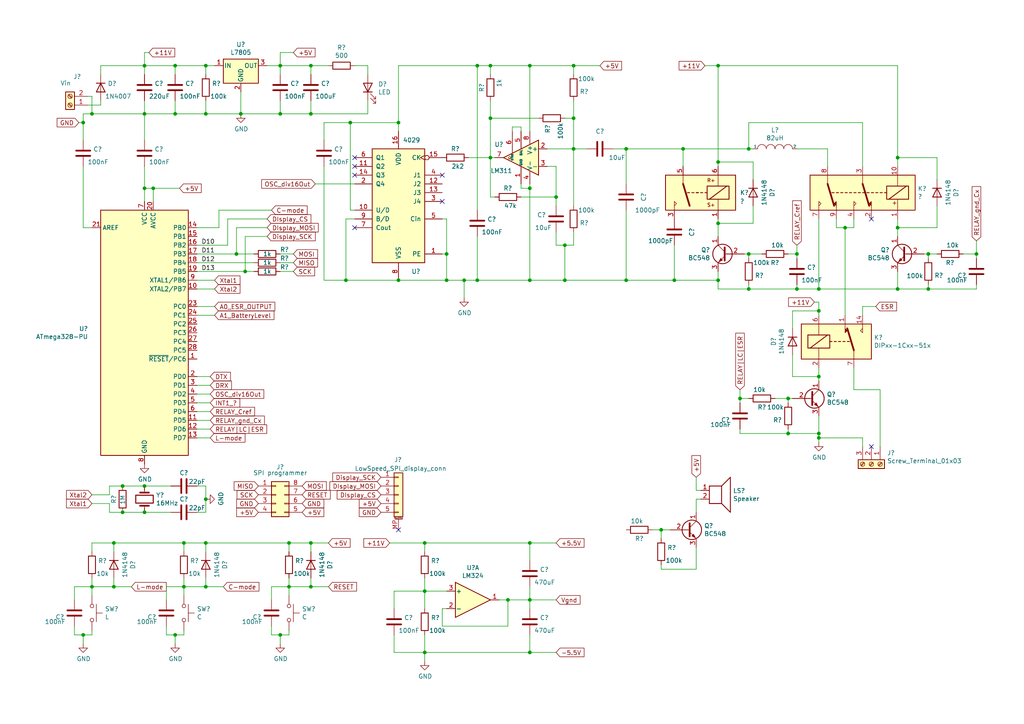
<source format=kicad_sch>
(kicad_sch (version 20211123) (generator eeschema)
  (paper "A4")
  (lib_symbols
    (symbol "4xxx:4029" (pin_names (offset 1.016))
      (property "Reference" "U" (at -7.62 16.51 0))
      (property "Value" "4029" (at -7.62 -19.05 0))
      (symbol "4029_1_0"
        (pin input line (at -12.7 -15.24 0) (length 5.08) (name "PE") (number "1"))
        (pin input line (at 12.7 -2.54 180) (length 5.08) (name "U/D") (number "10"))
        (pin output line (at 12.7 10.16 180) (length 5.08) (name "Q2") (number "11"))
        (pin input line (at -12.7 5.08 0) (length 5.08) (name "J2") (number "12"))
        (pin input line (at -12.7 2.54 0) (length 5.08) (name "J3") (number "13"))
        (pin output line (at 12.7 7.62 180) (length 5.08) (name "Q3") (number "14"))
        (pin input inverted_clock (at -12.7 12.7 0) (length 5.08) (name "CK") (number "15"))
        (pin power_in line (at 0 20.32 270) (length 5.08) (name "VDD") (number "16"))
        (pin output line (at 12.7 5.08 180) (length 5.08) (name "Q4") (number "2"))
        (pin input line (at -12.7 0 0) (length 5.08) (name "J4") (number "3"))
        (pin input line (at -12.7 7.62 0) (length 5.08) (name "J1") (number "4"))
        (pin input line (at -12.7 -5.08 0) (length 5.08) (name "Cin") (number "5"))
        (pin output line (at 12.7 12.7 180) (length 5.08) (name "Q1") (number "6"))
        (pin output line (at 12.7 -7.62 180) (length 5.08) (name "Cout") (number "7"))
        (pin power_in line (at 0 -22.86 90) (length 5.08) (name "VSS") (number "8"))
        (pin input line (at 12.7 -5.08 180) (length 5.08) (name "B/D") (number "9"))
      )
    )
    (symbol "Amplifier_Operational:LM324" (pin_names (offset 0.127))
      (property "Reference" "U" (at 0 5.08 0))
      (property "Value" "LM324" (at 0 -5.08 0))
      (symbol "LM324_1_1"
        (pin output line (at 7.62 0 180) (length 2.54) (name "~") (number "1"))
        (pin input line (at -7.62 -2.54 0) (length 2.54) (name "-") (number "2"))
        (pin input line (at -7.62 2.54 0) (length 2.54) (name "+") (number "3"))
      )
      (symbol "LM324_2_1"
        (pin input line (at -7.62 2.54 0) (length 2.54) (name "+") (number "5"))
        (pin input line (at -7.62 -2.54 0) (length 2.54) (name "-") (number "6"))
        (pin output line (at 7.62 0 180) (length 2.54) (name "~") (number "7"))
      )
      (symbol "LM324_3_1"
        (pin input line (at -7.62 2.54 0) (length 2.54) (name "+") (number "10"))
        (pin output line (at 7.62 0 180) (length 2.54) (name "~") (number "8"))
        (pin input line (at -7.62 -2.54 0) (length 2.54) (name "-") (number "9"))
      )
      (symbol "LM324_4_1"
        (pin input line (at -7.62 2.54 0) (length 2.54) (name "+") (number "12"))
        (pin input line (at -7.62 -2.54 0) (length 2.54) (name "-") (number "13"))
        (pin output line (at 7.62 0 180) (length 2.54) (name "~") (number "14"))
      )
      (symbol "LM324_5_1"
        (pin power_in line (at -2.54 -7.62 90) (length 3.81) (name "V-") (number "11"))
        (pin power_in line (at -2.54 7.62 270) (length 3.81) (name "V+") (number "4"))
      )
    )
    (symbol "Comparator:LM311" (pin_names (offset 0.127))
      (property "Reference" "U" (at 3.81 6.35 0))
      (property "Value" "LM311" (at 3.81 3.81 0))
      (symbol "LM311_1_1"
        (pin passive line (at 0 -7.62 90) (length 5.08) (name "GND") (number "1"))
        (pin input line (at -7.62 2.54 0) (length 2.54) (name "+") (number "2"))
        (pin input line (at -7.62 -2.54 0) (length 2.54) (name "-") (number "3"))
        (pin power_in line (at -2.54 -7.62 90) (length 3.81) (name "V-") (number "4"))
        (pin input line (at 0 7.62 270) (length 5.08) (name "BAL") (number "5"))
        (pin input line (at 2.54 7.62 270) (length 6.35) (name "STRB") (number "6"))
        (pin open_collector line (at 7.62 0 180) (length 2.54) (name "~") (number "7"))
        (pin power_in line (at -2.54 7.62 270) (length 3.81) (name "V+") (number "8"))
      )
    )
    (symbol "Connector:Screw_Terminal_01x02" (pin_names (offset 1.016) hide)
      (property "Reference" "J" (at 0 2.54 0))
      (property "Value" "Screw_Terminal_01x02" (at 0 -5.08 0))
      (symbol "Screw_Terminal_01x02_1_1"
        (pin passive line (at -5.08 0 0) (length 3.81) (name "Pin_1") (number "1"))
        (pin passive line (at -5.08 -2.54 0) (length 3.81) (name "Pin_2") (number "2"))
      )
    )
    (symbol "Connector:Screw_Terminal_01x03" (pin_names (offset 1.016) hide)
      (property "Reference" "J" (at 0 5.08 0))
      (property "Value" "Screw_Terminal_01x03" (at 0 -5.08 0))
      (symbol "Screw_Terminal_01x03_1_1"
        (pin passive line (at -5.08 2.54 0) (length 3.81) (name "Pin_1") (number "1"))
        (pin passive line (at -5.08 0 0) (length 3.81) (name "Pin_2") (number "2"))
        (pin passive line (at -5.08 -2.54 0) (length 3.81) (name "Pin_3") (number "3"))
      )
    )
    (symbol "Connector_Generic:Conn_02x04_Counter_Clockwise" (pin_names (offset 1.016) hide)
      (property "Reference" "J" (at 1.27 5.08 0))
      (property "Value" "Conn_02x04_Counter_Clockwise" (at 1.27 -7.62 0))
      (symbol "Conn_02x04_Counter_Clockwise_1_1"
        (pin passive line (at -5.08 2.54 0) (length 3.81) (name "Pin_1") (number "1"))
        (pin passive line (at -5.08 0 0) (length 3.81) (name "Pin_2") (number "2"))
        (pin passive line (at -5.08 -2.54 0) (length 3.81) (name "Pin_3") (number "3"))
        (pin passive line (at -5.08 -5.08 0) (length 3.81) (name "Pin_4") (number "4"))
        (pin passive line (at 7.62 -5.08 180) (length 3.81) (name "Pin_5") (number "5"))
        (pin passive line (at 7.62 -2.54 180) (length 3.81) (name "Pin_6") (number "6"))
        (pin passive line (at 7.62 0 180) (length 3.81) (name "Pin_7") (number "7"))
        (pin passive line (at 7.62 2.54 180) (length 3.81) (name "Pin_8") (number "8"))
      )
    )
    (symbol "Connector_Generic_MountingPin:Conn_01x05_MountingPin" (pin_names (offset 1.016) hide)
      (property "Reference" "J" (at 0 7.62 0))
      (property "Value" "Conn_01x05_MountingPin" (at 1.27 -7.62 0))
      (symbol "Conn_01x05_MountingPin_1_1"
        (text "Mounting" (at 0 -6.731 0) (effects (font (size 0.381 0.381))))
        (pin passive line (at -5.08 5.08 0) (length 3.81) (name "Pin_1") (number "1"))
        (pin passive line (at -5.08 2.54 0) (length 3.81) (name "Pin_2") (number "2"))
        (pin passive line (at -5.08 0 0) (length 3.81) (name "Pin_3") (number "3"))
        (pin passive line (at -5.08 -2.54 0) (length 3.81) (name "Pin_4") (number "4"))
        (pin passive line (at -5.08 -5.08 0) (length 3.81) (name "Pin_5") (number "5"))
        (pin passive line (at 0 -10.16 90) (length 3.048) (name "MountPin") (number "MP"))
      )
    )
    (symbol "Device:C" (pin_numbers hide) (pin_names (offset 0.254))
      (property "Reference" "C" (at 0.635 2.54 0))
      (property "Value" "C" (at 0.635 -2.54 0))
      (symbol "C_1_1"
        (pin passive line (at 0 3.81 270) (length 2.794) (name "~") (number "1"))
        (pin passive line (at 0 -3.81 90) (length 2.794) (name "~") (number "2"))
      )
    )
    (symbol "Device:Crystal" (pin_numbers hide) (pin_names (offset 1.016) hide)
      (property "Reference" "Y" (at 0 3.81 0))
      (property "Value" "Crystal" (at 0 -3.81 0))
      (symbol "Crystal_1_1"
        (pin passive line (at -3.81 0 0) (length 1.27) (name "1") (number "1"))
        (pin passive line (at 3.81 0 180) (length 1.27) (name "2") (number "2"))
      )
    )
    (symbol "Device:LED" (pin_numbers hide) (pin_names (offset 1.016) hide)
      (property "Reference" "D" (at 0 2.54 0))
      (property "Value" "LED" (at 0 -2.54 0))
      (symbol "LED_1_1"
        (pin passive line (at -3.81 0 0) (length 2.54) (name "K") (number "1"))
        (pin passive line (at 3.81 0 180) (length 2.54) (name "A") (number "2"))
      )
    )
    (symbol "Device:R" (pin_numbers hide) (pin_names (offset 0))
      (property "Reference" "R" (at 2.032 0 90))
      (property "Value" "R" (at 0 0 90))
      (symbol "R_1_1"
        (pin passive line (at 0 3.81 270) (length 1.27) (name "~") (number "1"))
        (pin passive line (at 0 -3.81 90) (length 1.27) (name "~") (number "2"))
      )
    )
    (symbol "Device:Speaker" (pin_names (offset 0) hide)
      (property "Reference" "LS" (at 1.27 5.715 0))
      (property "Value" "Speaker" (at 1.27 3.81 0))
      (symbol "Speaker_1_1"
        (pin input line (at -5.08 0 0) (length 2.54) (name "1") (number "1"))
        (pin input line (at -5.08 -2.54 0) (length 2.54) (name "2") (number "2"))
      )
    )
    (symbol "Diode:1N4007" (pin_numbers hide) (pin_names (offset 1.016) hide)
      (property "Reference" "D" (at 0 2.54 0))
      (property "Value" "1N4007" (at 0 -2.54 0))
      (symbol "1N4007_1_1"
        (pin passive line (at -3.81 0 0) (length 2.54) (name "K") (number "1"))
        (pin passive line (at 3.81 0 180) (length 2.54) (name "A") (number "2"))
      )
    )
    (symbol "Diode:1N4148" (pin_numbers hide) (pin_names (offset 1.016) hide)
      (property "Reference" "D" (at 0 2.54 0))
      (property "Value" "1N4148" (at 0 -2.54 0))
      (symbol "1N4148_1_1"
        (pin passive line (at -3.81 0 0) (length 2.54) (name "K") (number "1"))
        (pin passive line (at 3.81 0 180) (length 2.54) (name "A") (number "2"))
      )
    )
    (symbol "MCU_Microchip_ATmega:ATmega328-PU"
      (property "Reference" "U" (at -12.7 36.83 0))
      (property "Value" "MCU_Microchip_ATmega_ATmega328-PU" (at 2.54 -36.83 0))
      (symbol "ATmega328-PU_1_1"
        (pin bidirectional line (at 15.24 -7.62 180) (length 2.54) (name "~{RESET}/PC6") (number "1"))
        (pin bidirectional line (at 15.24 12.7 180) (length 2.54) (name "XTAL2/PB7") (number "10"))
        (pin bidirectional line (at 15.24 -25.4 180) (length 2.54) (name "PD5") (number "11"))
        (pin bidirectional line (at 15.24 -27.94 180) (length 2.54) (name "PD6") (number "12"))
        (pin bidirectional line (at 15.24 -30.48 180) (length 2.54) (name "PD7") (number "13"))
        (pin bidirectional line (at 15.24 30.48 180) (length 2.54) (name "PB0") (number "14"))
        (pin bidirectional line (at 15.24 27.94 180) (length 2.54) (name "PB1") (number "15"))
        (pin bidirectional line (at 15.24 25.4 180) (length 2.54) (name "PB2") (number "16"))
        (pin bidirectional line (at 15.24 22.86 180) (length 2.54) (name "PB3") (number "17"))
        (pin bidirectional line (at 15.24 20.32 180) (length 2.54) (name "PB4") (number "18"))
        (pin bidirectional line (at 15.24 17.78 180) (length 2.54) (name "PB5") (number "19"))
        (pin bidirectional line (at 15.24 -12.7 180) (length 2.54) (name "PD0") (number "2"))
        (pin power_in line (at 2.54 38.1 270) (length 2.54) (name "AVCC") (number "20"))
        (pin passive line (at -15.24 30.48 0) (length 2.54) (name "AREF") (number "21"))
        (pin passive line (at 0 -38.1 90) (length 2.54) hide (name "GND") (number "22"))
        (pin bidirectional line (at 15.24 7.62 180) (length 2.54) (name "PC0") (number "23"))
        (pin bidirectional line (at 15.24 5.08 180) (length 2.54) (name "PC1") (number "24"))
        (pin bidirectional line (at 15.24 2.54 180) (length 2.54) (name "PC2") (number "25"))
        (pin bidirectional line (at 15.24 0 180) (length 2.54) (name "PC3") (number "26"))
        (pin bidirectional line (at 15.24 -2.54 180) (length 2.54) (name "PC4") (number "27"))
        (pin bidirectional line (at 15.24 -5.08 180) (length 2.54) (name "PC5") (number "28"))
        (pin bidirectional line (at 15.24 -15.24 180) (length 2.54) (name "PD1") (number "3"))
        (pin bidirectional line (at 15.24 -17.78 180) (length 2.54) (name "PD2") (number "4"))
        (pin bidirectional line (at 15.24 -20.32 180) (length 2.54) (name "PD3") (number "5"))
        (pin bidirectional line (at 15.24 -22.86 180) (length 2.54) (name "PD4") (number "6"))
        (pin power_in line (at 0 38.1 270) (length 2.54) (name "VCC") (number "7"))
        (pin power_in line (at 0 -38.1 90) (length 2.54) (name "GND") (number "8"))
        (pin bidirectional line (at 15.24 15.24 180) (length 2.54) (name "XTAL1/PB6") (number "9"))
      )
    )
    (symbol "Regulator_Linear:L7805" (pin_names (offset 0.254))
      (property "Reference" "U" (at -3.81 3.175 0))
      (property "Value" "L7805" (at 0 3.175 0))
      (symbol "L7805_1_1"
        (pin power_in line (at -7.62 0 0) (length 2.54) (name "IN") (number "1"))
        (pin power_in line (at 0 -7.62 90) (length 2.54) (name "GND") (number "2"))
        (pin power_out line (at 7.62 0 180) (length 2.54) (name "OUT") (number "3"))
      )
    )
    (symbol "Relay:ADW11"
      (property "Reference" "K" (at 11.43 3.81 0))
      (property "Value" "ADW11" (at 13.97 1.27 0))
      (symbol "ADW11_1_1"
        (text "R+" (at -3.048 -3.556 0) (effects (font (size 1.016 1.016))))
        (text "S+" (at -3.048 3.556 0) (effects (font (size 1.016 1.016))))
        (pin passive line (at -5.08 7.62 270) (length 2.54) (name "~") (number "1"))
        (pin passive line (at 7.62 7.62 270) (length 2.54) (name "~") (number "3"))
        (pin passive line (at 5.08 -7.62 90) (length 2.54) (name "~") (number "5"))
        (pin passive line (at -5.08 -7.62 90) (length 2.54) (name "~") (number "6"))
      )
    )
    (symbol "Relay:AZ850-x"
      (property "Reference" "K" (at 16.51 3.81 0))
      (property "Value" "AZ850-x" (at 16.51 1.27 0))
      (symbol "AZ850-x_0_0"
        (text "+" (at -9.271 2.921 0) (effects (font (size 1.27 1.27))))
      )
      (symbol "AZ850-x_1_1"
        (pin passive line (at -10.16 7.62 270) (length 2.54) (name "~") (number "1"))
        (pin passive line (at -10.16 -7.62 90) (length 2.54) (name "~") (number "10"))
        (pin passive line (at -2.54 7.62 270) (length 2.54) (name "~") (number "2"))
        (pin passive line (at 0 -7.62 90) (length 2.54) (name "~") (number "3"))
        (pin passive line (at 2.54 7.62 270) (length 2.54) (name "~") (number "4"))
        (pin passive line (at 12.7 7.62 270) (length 2.54) (name "~") (number "7"))
        (pin passive line (at 10.16 -7.62 90) (length 2.54) (name "~") (number "8"))
        (pin passive line (at 7.62 7.62 270) (length 2.54) (name "~") (number "9"))
      )
    )
    (symbol "Relay:DIPxx-1Cxx-51x"
      (property "Reference" "K" (at 11.43 3.81 0))
      (property "Value" "DIPxx-1Cxx-51x" (at 11.43 1.27 0))
      (symbol "DIPxx-1Cxx-51x_1_1"
        (pin passive line (at 2.54 7.62 270) (length 2.54) (name "~") (number "1"))
        (pin passive line (at 7.62 7.62 270) (length 2.54) (name "~") (number "14"))
        (pin passive line (at -5.08 -7.62 90) (length 2.54) (name "~") (number "2"))
        (pin passive line (at -5.08 7.62 270) (length 2.54) (name "~") (number "6"))
        (pin passive line (at 5.08 -7.62 90) (length 2.54) (name "~") (number "7"))
        (pin passive line (at 5.08 -7.62 90) (length 2.54) hide (name "~") (number "8"))
      )
    )
    (symbol "Switch:SW_MEC_5G" (pin_numbers hide) (pin_names (offset 1.016) hide)
      (property "Reference" "SW" (at 1.27 2.54 0))
      (property "Value" "SW_MEC_5G" (at 0 -1.524 0))
      (symbol "SW_MEC_5G_0_1"
        (pin passive line (at -5.08 0 0) (length 2.54) (name "A") (number "1"))
        (pin passive line (at 5.08 0 180) (length 2.54) (name "B") (number "3"))
      )
      (symbol "SW_MEC_5G_1_1"
        (pin passive line (at -5.08 0 0) (length 2.54) hide (name "A") (number "2"))
        (pin passive line (at 5.08 0 180) (length 2.54) hide (name "B") (number "4"))
      )
    )
    (symbol "Transistor_BJT:BC548" (pin_names (offset 0) hide)
      (property "Reference" "Q" (at 5.08 1.905 0))
      (property "Value" "BC548" (at 5.08 0 0))
      (symbol "BC548_1_1"
        (pin passive line (at 2.54 5.08 270) (length 2.54) (name "C") (number "1"))
        (pin input line (at -5.08 0 0) (length 5.08) (name "B") (number "2"))
        (pin passive line (at 2.54 -5.08 90) (length 2.54) (name "E") (number "3"))
      )
    )
    (symbol "power:GND" (power) (pin_names (offset 0))
      (property "Value" "GND" (at 0 -3.81 0))
      (symbol "GND_1_1"
        (pin power_in line (at 0 0 270) (length 0) hide (name "GND") (number "1"))
      )
    )
    (symbol "pspice:INDUCTOR" (pin_numbers hide) (pin_names (offset 0))
      (property "Reference" "L" (at 0 2.54 0))
      (property "Value" "INDUCTOR" (at 0 -1.27 0))
      (symbol "INDUCTOR_1_1"
        (pin input line (at -6.35 0 0) (length 1.27) (name "1") (number "1"))
        (pin input line (at 6.35 0 180) (length 1.27) (name "2") (number "2"))
      )
    )
  )
  (junction (at 71.12 78.74))
  (junction (at 245.11 66.04))
  (junction (at 115.57 81.28))
  (junction (at 228.6 115.57))
  (junction (at 138.43 19.05))
  (junction (at 123.19 171.45))
  (junction (at 81.28 19.05))
  (junction (at 153.67 81.28))
  (junction (at 231.14 73.66))
  (junction (at 260.35 83.82))
  (junction (at 181.61 81.28))
  (junction (at 217.17 83.82))
  (junction (at 283.21 73.66))
  (junction (at 153.67 189.23))
  (junction (at 228.6 125.73))
  (junction (at 208.28 81.28))
  (junction (at 217.17 43.18))
  (junction (at 191.77 153.67))
  (junction (at 163.83 71.12))
  (junction (at 24.13 35.56))
  (junction (at 153.67 54.61))
  (junction (at 35.56 140.97))
  (junction (at 33.02 157.48))
  (junction (at 90.17 33.02))
  (junction (at 33.02 170.18))
  (junction (at 214.63 115.57))
  (junction (at 123.19 157.48))
  (junction (at 44.45 54.61))
  (junction (at 41.91 148.59))
  (junction (at 69.85 33.02))
  (junction (at 101.6 35.56))
  (junction (at 26.67 33.02))
  (junction (at 208.28 19.05))
  (junction (at 237.49 90.17))
  (junction (at 237.49 127))
  (junction (at 59.69 170.18))
  (junction (at 269.24 73.66))
  (junction (at 41.91 19.05))
  (junction (at 153.67 173.99))
  (junction (at 90.17 170.18))
  (junction (at 59.69 19.05))
  (junction (at 123.19 189.23))
  (junction (at 237.49 109.22))
  (junction (at 53.34 170.18))
  (junction (at 260.35 45.72))
  (junction (at 153.67 19.05))
  (junction (at 138.43 81.28))
  (junction (at 68.58 73.66))
  (junction (at 100.33 81.28))
  (junction (at 166.37 34.29))
  (junction (at 59.69 144.78))
  (junction (at 41.91 54.61))
  (junction (at 81.28 184.15))
  (junction (at 208.28 46.99))
  (junction (at 195.58 81.28))
  (junction (at 166.37 19.05))
  (junction (at 161.29 57.15))
  (junction (at 153.67 157.48))
  (junction (at 115.57 35.56))
  (junction (at 237.49 83.82))
  (junction (at 181.61 43.18))
  (junction (at 166.37 43.18))
  (junction (at 231.14 83.82))
  (junction (at 59.69 33.02))
  (junction (at 50.8 184.15))
  (junction (at 129.54 73.66))
  (junction (at 163.83 81.28))
  (junction (at 129.54 81.28))
  (junction (at 50.8 33.02))
  (junction (at 90.17 157.48))
  (junction (at 50.8 19.05))
  (junction (at 83.82 170.18))
  (junction (at 35.56 148.59))
  (junction (at 142.24 45.72))
  (junction (at 142.24 34.29))
  (junction (at 41.91 140.97))
  (junction (at 53.34 157.48))
  (junction (at 142.24 19.05))
  (junction (at 41.91 33.02))
  (junction (at 59.69 157.48))
  (junction (at 217.17 73.66))
  (junction (at 24.13 184.15))
  (junction (at 83.82 157.48))
  (junction (at 260.35 66.04))
  (junction (at 198.12 43.18))
  (junction (at 90.17 19.05))
  (junction (at 81.28 33.02))
  (junction (at 269.24 83.82))
  (junction (at 134.62 81.28))
  (junction (at 208.28 64.77))
  (junction (at 147.32 173.99))
  (junction (at 237.49 125.73))
  (junction (at 26.67 170.18))
  (no_connect (at 128.27 50.8))
  (no_connect (at 252.73 63.5))
  (no_connect (at 102.87 50.8))
  (no_connect (at 102.87 66.04))
  (no_connect (at 102.87 45.72))
  (no_connect (at 252.73 129.54))
  (no_connect (at 115.57 153.67))
  (no_connect (at 102.87 48.26))
  (no_connect (at 128.27 58.42))
  (wire (pts (xy 231.14 43.18) (xy 240.03 43.18)))
  (wire (pts (xy 73.66 73.66) (xy 68.58 73.66)))
  (wire (pts (xy 26.67 170.18) (xy 33.02 170.18)))
  (wire (pts (xy 31.75 143.51) (xy 31.75 140.97)))
  (wire (pts (xy 100.33 63.5) (xy 100.33 81.28)))
  (wire (pts (xy 57.15 109.22) (xy 60.96 109.22)))
  (wire (pts (xy 201.93 144.78) (xy 203.2 144.78)))
  (wire (pts (xy 77.47 66.04) (xy 68.58 66.04)))
  (wire (pts (xy 142.24 19.05) (xy 142.24 21.59)))
  (wire (pts (xy 123.19 191.77) (xy 123.19 189.23)))
  (wire (pts (xy 134.62 81.28) (xy 138.43 81.28)))
  (wire (pts (xy 53.34 157.48) (xy 59.69 157.48)))
  (wire (pts (xy 217.17 73.66) (xy 220.98 73.66)))
  (wire (pts (xy 260.35 19.05) (xy 260.35 45.72)))
  (wire (pts (xy 250.19 129.54) (xy 250.19 127)))
  (wire (pts (xy 163.83 34.29) (xy 166.37 34.29)))
  (wire (pts (xy 128.27 63.5) (xy 129.54 63.5)))
  (wire (pts (xy 41.91 29.21) (xy 41.91 33.02)))
  (wire (pts (xy 217.17 83.82) (xy 231.14 83.82)))
  (wire (pts (xy 81.28 33.02) (xy 69.85 33.02)))
  (wire (pts (xy 62.23 91.44) (xy 57.15 91.44)))
  (wire (pts (xy 166.37 71.12) (xy 166.37 67.31)))
  (wire (pts (xy 81.28 21.59) (xy 81.28 19.05)))
  (wire (pts (xy 237.49 63.5) (xy 237.49 83.82)))
  (wire (pts (xy 101.6 35.56) (xy 115.57 35.56)))
  (wire (pts (xy 115.57 35.56) (xy 115.57 38.1)))
  (wire (pts (xy 41.91 58.42) (xy 41.91 54.61)))
  (wire (pts (xy 43.18 15.24) (xy 41.91 15.24)))
  (wire (pts (xy 114.3 171.45) (xy 114.3 176.53)))
  (wire (pts (xy 269.24 73.66) (xy 269.24 74.93)))
  (wire (pts (xy 81.28 29.21) (xy 81.28 33.02)))
  (wire (pts (xy 57.15 116.84) (xy 60.96 116.84)))
  (wire (pts (xy 237.49 83.82) (xy 260.35 83.82)))
  (wire (pts (xy 100.33 81.28) (xy 115.57 81.28)))
  (wire (pts (xy 57.15 148.59) (xy 59.69 148.59)))
  (wire (pts (xy 215.9 73.66) (xy 217.17 73.66)))
  (wire (pts (xy 195.58 81.28) (xy 181.61 81.28)))
  (wire (pts (xy 66.04 63.5) (xy 66.04 71.12)))
  (wire (pts (xy 81.28 15.24) (xy 81.28 19.05)))
  (wire (pts (xy 83.82 184.15) (xy 83.82 182.88)))
  (wire (pts (xy 173.99 19.05) (xy 166.37 19.05)))
  (wire (pts (xy 153.67 157.48) (xy 123.19 157.48)))
  (wire (pts (xy 247.65 106.68) (xy 247.65 113.03)))
  (wire (pts (xy 153.67 19.05) (xy 142.24 19.05)))
  (wire (pts (xy 33.02 157.48) (xy 33.02 160.02)))
  (wire (pts (xy 129.54 81.28) (xy 129.54 73.66)))
  (wire (pts (xy 106.68 19.05) (xy 106.68 21.59)))
  (wire (pts (xy 250.19 35.56) (xy 217.17 35.56)))
  (wire (pts (xy 33.02 157.48) (xy 53.34 157.48)))
  (wire (pts (xy 229.87 95.25) (xy 229.87 90.17)))
  (wire (pts (xy 38.1 170.18) (xy 33.02 170.18)))
  (wire (pts (xy 69.85 26.67) (xy 69.85 33.02)))
  (wire (pts (xy 283.21 73.66) (xy 279.4 73.66)))
  (wire (pts (xy 271.78 52.07) (xy 271.78 45.72)))
  (wire (pts (xy 166.37 43.18) (xy 166.37 59.69)))
  (wire (pts (xy 260.35 83.82) (xy 260.35 78.74)))
  (wire (pts (xy 166.37 34.29) (xy 166.37 43.18)))
  (wire (pts (xy 161.29 157.48) (xy 153.67 157.48)))
  (wire (pts (xy 90.17 19.05) (xy 95.25 19.05)))
  (wire (pts (xy 71.12 68.58) (xy 71.12 78.74)))
  (wire (pts (xy 93.98 81.28) (xy 100.33 81.28)))
  (wire (pts (xy 29.21 19.05) (xy 41.91 19.05)))
  (wire (pts (xy 217.17 73.66) (xy 217.17 74.93)))
  (wire (pts (xy 26.67 170.18) (xy 21.59 170.18)))
  (wire (pts (xy 283.21 69.85) (xy 283.21 73.66)))
  (wire (pts (xy 142.24 29.21) (xy 142.24 34.29)))
  (wire (pts (xy 237.49 87.63) (xy 237.49 90.17)))
  (wire (pts (xy 151.13 54.61) (xy 151.13 53.34)))
  (wire (pts (xy 24.13 186.69) (xy 24.13 184.15)))
  (wire (pts (xy 201.93 142.24) (xy 203.2 142.24)))
  (wire (pts (xy 90.17 170.18) (xy 90.17 167.64)))
  (wire (pts (xy 53.34 160.02) (xy 53.34 157.48)))
  (wire (pts (xy 50.8 33.02) (xy 59.69 33.02)))
  (wire (pts (xy 106.68 33.02) (xy 90.17 33.02)))
  (wire (pts (xy 81.28 73.66) (xy 85.09 73.66)))
  (wire (pts (xy 271.78 66.04) (xy 260.35 66.04)))
  (wire (pts (xy 31.75 146.05) (xy 31.75 148.59)))
  (wire (pts (xy 63.5 66.04) (xy 57.15 66.04)))
  (wire (pts (xy 90.17 19.05) (xy 90.17 21.59)))
  (wire (pts (xy 114.3 184.15) (xy 114.3 189.23)))
  (wire (pts (xy 123.19 184.15) (xy 123.19 189.23)))
  (wire (pts (xy 53.34 170.18) (xy 48.26 170.18)))
  (wire (pts (xy 217.17 35.56) (xy 217.17 43.18)))
  (wire (pts (xy 231.14 83.82) (xy 237.49 83.82)))
  (wire (pts (xy 71.12 78.74) (xy 73.66 78.74)))
  (wire (pts (xy 26.67 146.05) (xy 31.75 146.05)))
  (wire (pts (xy 26.67 167.64) (xy 26.67 170.18)))
  (wire (pts (xy 115.57 81.28) (xy 129.54 81.28)))
  (wire (pts (xy 81.28 76.2) (xy 85.09 76.2)))
  (wire (pts (xy 101.6 60.96) (xy 101.6 35.56)))
  (wire (pts (xy 208.28 19.05) (xy 208.28 46.99)))
  (wire (pts (xy 83.82 170.18) (xy 78.74 170.18)))
  (wire (pts (xy 201.93 138.43) (xy 201.93 142.24)))
  (wire (pts (xy 78.74 170.18) (xy 78.74 173.99)))
  (wire (pts (xy 26.67 143.51) (xy 31.75 143.51)))
  (wire (pts (xy 161.29 67.31) (xy 161.29 71.12)))
  (wire (pts (xy 21.59 170.18) (xy 21.59 173.99)))
  (wire (pts (xy 208.28 68.58) (xy 208.28 64.77)))
  (wire (pts (xy 254 88.9) (xy 250.19 88.9)))
  (wire (pts (xy 198.12 43.18) (xy 217.17 43.18)))
  (wire (pts (xy 170.18 43.18) (xy 166.37 43.18)))
  (wire (pts (xy 181.61 53.34) (xy 181.61 43.18)))
  (wire (pts (xy 214.63 125.73) (xy 228.6 125.73)))
  (wire (pts (xy 236.22 87.63) (xy 237.49 87.63)))
  (wire (pts (xy 53.34 170.18) (xy 59.69 170.18)))
  (wire (pts (xy 271.78 59.69) (xy 271.78 66.04)))
  (wire (pts (xy 147.32 173.99) (xy 144.78 173.99)))
  (wire (pts (xy 26.67 170.18) (xy 26.67 172.72)))
  (wire (pts (xy 31.75 140.97) (xy 35.56 140.97)))
  (wire (pts (xy 78.74 181.61) (xy 78.74 184.15)))
  (wire (pts (xy 208.28 19.05) (xy 260.35 19.05)))
  (wire (pts (xy 181.61 60.96) (xy 181.61 81.28)))
  (wire (pts (xy 217.17 83.82) (xy 208.28 83.82)))
  (wire (pts (xy 123.19 171.45) (xy 114.3 171.45)))
  (wire (pts (xy 123.19 171.45) (xy 123.19 167.64)))
  (wire (pts (xy 208.28 46.99) (xy 208.28 48.26)))
  (wire (pts (xy 57.15 127) (xy 60.96 127)))
  (wire (pts (xy 138.43 19.05) (xy 115.57 19.05)))
  (wire (pts (xy 26.67 33.02) (xy 41.91 33.02)))
  (wire (pts (xy 143.51 57.15) (xy 142.24 57.15)))
  (wire (pts (xy 245.11 66.04) (xy 247.65 66.04)))
  (wire (pts (xy 217.17 83.82) (xy 217.17 82.55)))
  (wire (pts (xy 129.54 81.28) (xy 134.62 81.28)))
  (wire (pts (xy 147.32 173.99) (xy 153.67 173.99)))
  (wire (pts (xy 260.35 66.04) (xy 260.35 68.58)))
  (wire (pts (xy 68.58 73.66) (xy 57.15 73.66)))
  (wire (pts (xy 106.68 29.21) (xy 106.68 33.02)))
  (wire (pts (xy 242.57 66.04) (xy 245.11 66.04)))
  (wire (pts (xy 57.15 83.82) (xy 62.23 83.82)))
  (wire (pts (xy 48.26 181.61) (xy 48.26 184.15)))
  (wire (pts (xy 41.91 54.61) (xy 41.91 48.26)))
  (wire (pts (xy 24.13 33.02) (xy 26.67 33.02)))
  (wire (pts (xy 41.91 40.64) (xy 41.91 33.02)))
  (wire (pts (xy 271.78 45.72) (xy 260.35 45.72)))
  (wire (pts (xy 69.85 33.02) (xy 59.69 33.02)))
  (wire (pts (xy 148.59 38.1) (xy 148.59 36.83)))
  (wire (pts (xy 229.87 90.17) (xy 237.49 90.17)))
  (wire (pts (xy 25.4 27.94) (xy 26.67 27.94)))
  (wire (pts (xy 269.24 83.82) (xy 260.35 83.82)))
  (wire (pts (xy 123.19 157.48) (xy 123.19 160.02)))
  (wire (pts (xy 218.44 59.69) (xy 218.44 64.77)))
  (wire (pts (xy 41.91 15.24) (xy 41.91 19.05)))
  (wire (pts (xy 24.13 66.04) (xy 26.67 66.04)))
  (wire (pts (xy 138.43 68.58) (xy 138.43 81.28)))
  (wire (pts (xy 50.8 184.15) (xy 53.34 184.15)))
  (wire (pts (xy 242.57 63.5) (xy 242.57 66.04)))
  (wire (pts (xy 81.28 19.05) (xy 77.47 19.05)))
  (wire (pts (xy 177.8 43.18) (xy 181.61 43.18)))
  (wire (pts (xy 102.87 19.05) (xy 106.68 19.05)))
  (wire (pts (xy 161.29 189.23) (xy 153.67 189.23)))
  (wire (pts (xy 161.29 59.69) (xy 161.29 57.15)))
  (wire (pts (xy 26.67 157.48) (xy 33.02 157.48)))
  (wire (pts (xy 49.53 148.59) (xy 41.91 148.59)))
  (wire (pts (xy 129.54 171.45) (xy 123.19 171.45)))
  (wire (pts (xy 26.67 184.15) (xy 26.67 182.88)))
  (wire (pts (xy 142.24 34.29) (xy 142.24 45.72)))
  (wire (pts (xy 151.13 36.83) (xy 151.13 38.1)))
  (wire (pts (xy 95.25 157.48) (xy 90.17 157.48)))
  (wire (pts (xy 153.67 38.1) (xy 153.67 19.05)))
  (wire (pts (xy 128.27 176.53) (xy 128.27 181.61)))
  (wire (pts (xy 93.98 35.56) (xy 101.6 35.56)))
  (wire (pts (xy 158.75 48.26) (xy 161.29 48.26)))
  (wire (pts (xy 181.61 81.28) (xy 163.83 81.28)))
  (wire (pts (xy 50.8 186.69) (xy 50.8 184.15)))
  (wire (pts (xy 228.6 125.73) (xy 228.6 124.46)))
  (wire (pts (xy 83.82 157.48) (xy 90.17 157.48)))
  (wire (pts (xy 77.47 68.58) (xy 71.12 68.58)))
  (wire (pts (xy 57.15 124.46) (xy 60.96 124.46)))
  (wire (pts (xy 83.82 170.18) (xy 83.82 172.72)))
  (wire (pts (xy 153.67 176.53) (xy 153.67 173.99)))
  (wire (pts (xy 57.15 111.76) (xy 60.96 111.76)))
  (wire (pts (xy 191.77 165.1) (xy 201.93 165.1)))
  (wire (pts (xy 250.19 88.9) (xy 250.19 91.44)))
  (wire (pts (xy 26.67 160.02) (xy 26.67 157.48)))
  (wire (pts (xy 218.44 52.07) (xy 218.44 46.99)))
  (wire (pts (xy 50.8 19.05) (xy 59.69 19.05)))
  (wire (pts (xy 191.77 156.21) (xy 191.77 153.67)))
  (wire (pts (xy 267.97 73.66) (xy 269.24 73.66)))
  (wire (pts (xy 153.67 53.34) (xy 153.67 54.61)))
  (wire (pts (xy 237.49 109.22) (xy 237.49 106.68)))
  (wire (pts (xy 194.31 153.67) (xy 191.77 153.67)))
  (wire (pts (xy 123.19 176.53) (xy 123.19 171.45)))
  (wire (pts (xy 228.6 115.57) (xy 224.79 115.57)))
  (wire (pts (xy 153.67 162.56) (xy 153.67 157.48)))
  (wire (pts (xy 158.75 43.18) (xy 166.37 43.18)))
  (wire (pts (xy 128.27 181.61) (xy 147.32 181.61)))
  (wire (pts (xy 163.83 71.12) (xy 166.37 71.12)))
  (wire (pts (xy 208.28 83.82) (xy 208.28 81.28)))
  (wire (pts (xy 181.61 43.18) (xy 198.12 43.18)))
  (wire (pts (xy 57.15 119.38) (xy 60.96 119.38)))
  (wire (pts (xy 191.77 153.67) (xy 189.23 153.67)))
  (wire (pts (xy 237.49 110.49) (xy 237.49 109.22)))
  (wire (pts (xy 229.87 102.87) (xy 229.87 109.22)))
  (wire (pts (xy 59.69 19.05) (xy 59.69 21.59)))
  (wire (pts (xy 214.63 116.84) (xy 214.63 115.57)))
  (wire (pts (xy 208.28 81.28) (xy 208.28 78.74)))
  (wire (pts (xy 229.87 109.22) (xy 237.49 109.22)))
  (wire (pts (xy 50.8 19.05) (xy 50.8 21.59)))
  (wire (pts (xy 83.82 167.64) (xy 83.82 170.18)))
  (wire (pts (xy 166.37 19.05) (xy 153.67 19.05)))
  (wire (pts (xy 153.67 54.61) (xy 151.13 54.61)))
  (wire (pts (xy 21.59 181.61) (xy 21.59 184.15)))
  (wire (pts (xy 163.83 81.28) (xy 163.83 71.12)))
  (wire (pts (xy 41.91 33.02) (xy 50.8 33.02)))
  (wire (pts (xy 57.15 114.3) (xy 60.96 114.3)))
  (wire (pts (xy 81.28 184.15) (xy 83.82 184.15)))
  (wire (pts (xy 95.25 170.18) (xy 90.17 170.18)))
  (wire (pts (xy 153.67 81.28) (xy 163.83 81.28)))
  (wire (pts (xy 283.21 83.82) (xy 269.24 83.82)))
  (wire (pts (xy 208.28 64.77) (xy 208.28 63.5)))
  (wire (pts (xy 247.65 113.03) (xy 255.27 113.03)))
  (wire (pts (xy 269.24 73.66) (xy 271.78 73.66)))
  (wire (pts (xy 260.35 63.5) (xy 260.35 66.04)))
  (wire (pts (xy 24.13 35.56) (xy 24.13 33.02)))
  (wire (pts (xy 237.49 127) (xy 237.49 125.73)))
  (wire (pts (xy 93.98 40.64) (xy 93.98 35.56)))
  (wire (pts (xy 217.17 43.18) (xy 218.44 43.18)))
  (wire (pts (xy 201.93 144.78) (xy 201.93 148.59)))
  (wire (pts (xy 283.21 82.55) (xy 283.21 83.82)))
  (wire (pts (xy 153.67 173.99) (xy 153.67 170.18)))
  (wire (pts (xy 81.28 186.69) (xy 81.28 184.15)))
  (wire (pts (xy 53.34 170.18) (xy 53.34 172.72)))
  (wire (pts (xy 22.86 35.56) (xy 24.13 35.56)))
  (wire (pts (xy 166.37 29.21) (xy 166.37 34.29)))
  (wire (pts (xy 59.69 140.97) (xy 57.15 140.97)))
  (wire (pts (xy 48.26 170.18) (xy 48.26 173.99)))
  (wire (pts (xy 115.57 19.05) (xy 115.57 35.56)))
  (wire (pts (xy 33.02 170.18) (xy 33.02 167.64)))
  (wire (pts (xy 218.44 46.99) (xy 208.28 46.99)))
  (wire (pts (xy 156.21 34.29) (xy 142.24 34.29)))
  (wire (pts (xy 142.24 45.72) (xy 143.51 45.72)))
  (wire (pts (xy 102.87 53.34) (xy 91.44 53.34)))
  (wire (pts (xy 129.54 63.5) (xy 129.54 73.66)))
  (wire (pts (xy 26.67 27.94) (xy 26.67 33.02)))
  (wire (pts (xy 217.17 115.57) (xy 214.63 115.57)))
  (wire (pts (xy 247.65 66.04) (xy 247.65 63.5)))
  (wire (pts (xy 59.69 157.48) (xy 83.82 157.48)))
  (wire (pts (xy 57.15 78.74) (xy 71.12 78.74)))
  (wire (pts (xy 57.15 76.2) (xy 73.66 76.2)))
  (wire (pts (xy 138.43 81.28) (xy 153.67 81.28)))
  (wire (pts (xy 66.04 71.12) (xy 57.15 71.12)))
  (wire (pts (xy 41.91 148.59) (xy 35.56 148.59)))
  (wire (pts (xy 142.24 19.05) (xy 138.43 19.05)))
  (wire (pts (xy 237.49 125.73) (xy 228.6 125.73)))
  (wire (pts (xy 59.69 157.48) (xy 59.69 160.02)))
  (wire (pts (xy 191.77 163.83) (xy 191.77 165.1)))
  (wire (pts (xy 93.98 48.26) (xy 93.98 81.28)))
  (wire (pts (xy 153.67 184.15) (xy 153.67 189.23)))
  (wire (pts (xy 81.28 33.02) (xy 90.17 33.02)))
  (wire (pts (xy 237.49 128.27) (xy 237.49 127)))
  (wire (pts (xy 161.29 57.15) (xy 151.13 57.15)))
  (wire (pts (xy 31.75 148.59) (xy 35.56 148.59)))
  (wire (pts (xy 214.63 115.57) (xy 214.63 113.03)))
  (wire (pts (xy 228.6 73.66) (xy 231.14 73.66)))
  (wire (pts (xy 231.14 82.55) (xy 231.14 83.82)))
  (wire (pts (xy 52.07 54.61) (xy 44.45 54.61)))
  (wire (pts (xy 208.28 19.05) (xy 204.47 19.05)))
  (wire (pts (xy 57.15 81.28) (xy 62.23 81.28)))
  (wire (pts (xy 201.93 165.1) (xy 201.93 158.75)))
  (wire (pts (xy 85.09 15.24) (xy 81.28 15.24)))
  (wire (pts (xy 250.19 48.26) (xy 250.19 35.56)))
  (wire (pts (xy 50.8 29.21) (xy 50.8 33.02)))
  (wire (pts (xy 142.24 57.15) (xy 142.24 45.72)))
  (wire (pts (xy 195.58 71.12) (xy 195.58 81.28)))
  (wire (pts (xy 245.11 91.44) (xy 245.11 66.04)))
  (wire (pts (xy 114.3 189.23) (xy 123.19 189.23)))
  (wire (pts (xy 129.54 176.53) (xy 128.27 176.53)))
  (wire (pts (xy 64.77 170.18) (xy 59.69 170.18)))
  (wire (pts (xy 240.03 43.18) (xy 240.03 48.26)))
  (wire (pts (xy 129.54 73.66) (xy 128.27 73.66)))
  (wire (pts (xy 260.35 45.72) (xy 260.35 48.26)))
  (wire (pts (xy 35.56 140.97) (xy 41.91 140.97)))
  (wire (pts (xy 59.69 148.59) (xy 59.69 144.78)))
  (wire (pts (xy 53.34 167.64) (xy 53.34 170.18)))
  (wire (pts (xy 83.82 170.18) (xy 90.17 170.18)))
  (wire (pts (xy 255.27 113.03) (xy 255.27 129.54)))
  (wire (pts (xy 24.13 184.15) (xy 26.67 184.15)))
  (wire (pts (xy 63.5 60.96) (xy 63.5 66.04)))
  (wire (pts (xy 60.96 121.92) (xy 57.15 121.92)))
  (wire (pts (xy 29.21 29.21) (xy 29.21 30.48)))
  (wire (pts (xy 237.49 120.65) (xy 237.49 125.73)))
  (wire (pts (xy 138.43 60.96) (xy 138.43 19.05)))
  (wire (pts (xy 102.87 60.96) (xy 101.6 60.96)))
  (wire (pts (xy 161.29 48.26) (xy 161.29 57.15)))
  (wire (pts (xy 102.87 63.5) (xy 100.33 63.5)))
  (wire (pts (xy 59.69 170.18) (xy 59.69 167.64)))
  (wire (pts (xy 78.74 184.15) (xy 81.28 184.15)))
  (wire (pts (xy 59.69 33.02) (xy 59.69 29.21)))
  (wire (pts (xy 24.13 40.64) (xy 24.13 35.56)))
  (wire (pts (xy 269.24 82.55) (xy 269.24 83.82)))
  (wire (pts (xy 113.03 157.48) (xy 123.19 157.48)))
  (wire (pts (xy 29.21 21.59) (xy 29.21 19.05)))
  (wire (pts (xy 283.21 74.93) (xy 283.21 73.66)))
  (wire (pts (xy 198.12 43.18) (xy 198.12 48.26)))
  (wire (pts (xy 147.32 181.61) (xy 147.32 173.99)))
  (wire (pts (xy 48.26 184.15) (xy 50.8 184.15)))
  (wire (pts (xy 250.19 127) (xy 237.49 127)))
  (wire (pts (xy 195.58 81.28) (xy 208.28 81.28)))
  (wire (pts (xy 24.13 48.26) (xy 24.13 66.04)))
  (wire (pts (xy 81.28 19.05) (xy 90.17 19.05)))
  (wire (pts (xy 161.29 173.99) (xy 153.67 173.99)))
  (wire (pts (xy 134.62 86.36) (xy 134.62 81.28)))
  (wire (pts (xy 53.34 184.15) (xy 53.34 182.88)))
  (wire (pts (xy 81.28 78.74) (xy 85.09 78.74)))
  (wire (pts (xy 78.74 60.96) (xy 63.5 60.96)))
  (wire (pts (xy 218.44 64.77) (xy 208.28 64.77)))
  (wire (pts (xy 59.69 144.78) (xy 59.69 140.97)))
  (wire (pts (xy 41.91 54.61) (xy 44.45 54.61)))
  (wire (pts (xy 228.6 115.57) (xy 228.6 116.84)))
  (wire (pts (xy 41.91 19.05) (xy 50.8 19.05)))
  (wire (pts (xy 214.63 125.73) (xy 214.63 124.46)))
  (wire (pts (xy 62.23 88.9) (xy 57.15 88.9)))
  (wire (pts (xy 237.49 90.17) (xy 237.49 91.44)))
  (wire (pts (xy 166.37 21.59) (xy 166.37 19.05)))
  (wire (pts (xy 153.67 54.61) (xy 153.67 81.28)))
  (wire (pts (xy 49.53 140.97) (xy 41.91 140.97)))
  (wire (pts (xy 148.59 36.83) (xy 151.13 36.83)))
  (wire (pts (xy 44.45 54.61) (xy 44.45 58.42)))
  (wire (pts (xy 231.14 74.93) (xy 231.14 73.66)))
  (wire (pts (xy 90.17 33.02) (xy 90.17 29.21)))
  (wire (pts (xy 229.87 115.57) (xy 228.6 115.57)))
  (wire (pts (xy 231.14 73.66) (xy 231.14 71.12)))
  (wire (pts (xy 123.19 189.23) (xy 153.67 189.23)))
  (wire (pts (xy 68.58 66.04) (xy 68.58 73.66)))
  (wire (pts (xy 29.21 30.48) (xy 25.4 30.48)))
  (wire (pts (xy 77.47 63.5) (xy 66.04 63.5)))
  (wire (pts (xy 135.89 45.72) (xy 142.24 45.72)))
  (wire (pts (xy 83.82 160.02) (xy 83.82 157.48)))
  (wire (pts (xy 62.23 19.05) (xy 59.69 19.05)))
  (wire (pts (xy 161.29 71.12) (xy 163.83 71.12)))
  (wire (pts (xy 90.17 157.48) (xy 90.17 160.02)))
  (wire (pts (xy 41.91 19.05) (xy 41.91 21.59)))
  (wire (pts (xy 21.59 184.15) (xy 24.13 184.15)))
  (label "D12" (at 58.42 76.2 0))
  (label "D10" (at 58.42 71.12 0))
  (label "D11" (at 58.42 73.66 0))
  (label "D13" (at 58.42 78.74 0))
  (global_label "Display_SCK" (shape input) (at 110.49 138.43 180) (property "Intersheet References" "${INTERSHEET_REFS}" (effects hide)))
  (global_label "+5V" (shape input) (at 201.93 138.43 90) (property "Intersheet References" "${INTERSHEET_REFS}" (effects hide)))
  (global_label "RELAY|LC|ESR" (shape input) (at 60.96 124.46 0) (property "Intersheet References" "${INTERSHEET_REFS}" (effects hide)))
  (global_label "+11V" (shape input) (at 204.47 19.05 180) (property "Intersheet References" "${INTERSHEET_REFS}" (effects hide)))
  (global_label "RELAY_Cref" (shape input) (at 60.96 119.38 0) (property "Intersheet References" "${INTERSHEET_REFS}" (effects hide)))
  (global_label "RELAY_Cref" (shape input) (at 231.14 71.12 90) (property "Intersheet References" "${INTERSHEET_REFS}" (effects hide)))
  (global_label "SCK" (shape input) (at 85.09 78.74 0) (property "Intersheet References" "${INTERSHEET_REFS}" (effects hide)))
  (global_label "Vgnd" (shape input) (at 161.29 173.99 0) (property "Intersheet References" "${INTERSHEET_REFS}" (effects hide)))
  (global_label "A1_BatteryLevel" (shape input) (at 62.23 91.44 0) (property "Intersheet References" "${INTERSHEET_REFS}" (effects hide)))
  (global_label "MOSI" (shape input) (at 85.09 73.66 0) (property "Intersheet References" "${INTERSHEET_REFS}" (effects hide)))
  (global_label "GND" (shape input) (at 22.86 35.56 180) (property "Intersheet References" "${INTERSHEET_REFS}" (effects hide)))
  (global_label "Xtal2" (shape input) (at 26.67 143.51 180) (property "Intersheet References" "${INTERSHEET_REFS}" (effects hide)))
  (global_label "+5V" (shape input) (at 87.63 148.59 0) (property "Intersheet References" "${INTERSHEET_REFS}" (effects hide)))
  (global_label "+5V" (shape input) (at 74.93 148.59 180) (property "Intersheet References" "${INTERSHEET_REFS}" (effects hide)))
  (global_label "L-mode" (shape input) (at 38.1 170.18 0) (property "Intersheet References" "${INTERSHEET_REFS}" (effects hide)))
  (global_label "GND" (shape input) (at 110.49 148.59 180) (property "Intersheet References" "${INTERSHEET_REFS}" (effects hide)))
  (global_label "RESET" (shape input) (at 95.25 170.18 0) (property "Intersheet References" "${INTERSHEET_REFS}" (effects hide)))
  (global_label "Xtal1" (shape input) (at 26.67 146.05 180) (property "Intersheet References" "${INTERSHEET_REFS}" (effects hide)))
  (global_label "-5.5V" (shape input) (at 161.29 189.23 0) (property "Intersheet References" "${INTERSHEET_REFS}" (effects hide)))
  (global_label "+11V" (shape input) (at 236.22 87.63 180) (property "Intersheet References" "${INTERSHEET_REFS}" (effects hide)))
  (global_label "GND" (shape input) (at 87.63 146.05 0) (property "Intersheet References" "${INTERSHEET_REFS}" (effects hide)))
  (global_label "Display_SCK" (shape input) (at 77.47 68.58 0) (property "Intersheet References" "${INTERSHEET_REFS}" (effects hide)))
  (global_label "+5V" (shape input) (at 173.99 19.05 0) (property "Intersheet References" "${INTERSHEET_REFS}" (effects hide)))
  (global_label "Xtal2" (shape input) (at 62.23 83.82 0) (property "Intersheet References" "${INTERSHEET_REFS}" (effects hide)))
  (global_label "C-mode" (shape input) (at 64.77 170.18 0) (property "Intersheet References" "${INTERSHEET_REFS}" (effects hide)))
  (global_label "ESR" (shape input) (at 254 88.9 0) (property "Intersheet References" "${INTERSHEET_REFS}" (effects hide)))
  (global_label "+11V" (shape input) (at 113.03 157.48 180) (property "Intersheet References" "${INTERSHEET_REFS}" (effects hide)))
  (global_label "+5V" (shape input) (at 110.49 146.05 180) (property "Intersheet References" "${INTERSHEET_REFS}" (effects hide)))
  (global_label "MOSI" (shape input) (at 87.63 140.97 0) (property "Intersheet References" "${INTERSHEET_REFS}" (effects hide)))
  (global_label "DRX" (shape input) (at 60.96 111.76 0) (property "Intersheet References" "${INTERSHEET_REFS}" (effects hide)))
  (global_label "A0_ESR_OUTPUT" (shape input) (at 62.23 88.9 0) (property "Intersheet References" "${INTERSHEET_REFS}" (effects hide)))
  (global_label "L-mode" (shape input) (at 60.96 127 0) (property "Intersheet References" "${INTERSHEET_REFS}" (effects hide)))
  (global_label "MISO" (shape input) (at 74.93 140.97 180) (property "Intersheet References" "${INTERSHEET_REFS}" (effects hide)))
  (global_label "RELAY|LC|ESR" (shape input) (at 214.63 113.03 90) (property "Intersheet References" "${INTERSHEET_REFS}" (effects hide)))
  (global_label "DIsplay_CS" (shape input) (at 77.47 63.5 0) (property "Intersheet References" "${INTERSHEET_REFS}" (effects hide)))
  (global_label "DIsplay_MOSI" (shape input) (at 77.47 66.04 0) (property "Intersheet References" "${INTERSHEET_REFS}" (effects hide)))
  (global_label "DTX" (shape input) (at 60.96 109.22 0) (property "Intersheet References" "${INTERSHEET_REFS}" (effects hide)))
  (global_label "Xtal1" (shape input) (at 62.23 81.28 0) (property "Intersheet References" "${INTERSHEET_REFS}" (effects hide)))
  (global_label "C-mode" (shape input) (at 78.74 60.96 0) (property "Intersheet References" "${INTERSHEET_REFS}" (effects hide)))
  (global_label "+5.5V" (shape input) (at 161.29 157.48 0) (property "Intersheet References" "${INTERSHEET_REFS}" (effects hide)))
  (global_label "MISO" (shape input) (at 85.09 76.2 0) (property "Intersheet References" "${INTERSHEET_REFS}" (effects hide)))
  (global_label "+5V" (shape input) (at 52.07 54.61 0) (property "Intersheet References" "${INTERSHEET_REFS}" (effects hide)))
  (global_label "GND" (shape input) (at 74.93 146.05 180) (property "Intersheet References" "${INTERSHEET_REFS}" (effects hide)))
  (global_label "+11V" (shape input) (at 43.18 15.24 0) (property "Intersheet References" "${INTERSHEET_REFS}" (effects hide)))
  (global_label "DIsplay_MOSI" (shape input) (at 110.49 140.97 180) (property "Intersheet References" "${INTERSHEET_REFS}" (effects hide)))
  (global_label "OSC_div16Out" (shape input) (at 91.44 53.34 180) (property "Intersheet References" "${INTERSHEET_REFS}" (effects hide)))
  (global_label "+5V" (shape input) (at 95.25 157.48 0) (property "Intersheet References" "${INTERSHEET_REFS}" (effects hide)))
  (global_label "RELAY_gnd_Cx" (shape input) (at 60.96 121.92 0) (property "Intersheet References" "${INTERSHEET_REFS}" (effects hide)))
  (global_label "INT1_?" (shape input) (at 60.96 116.84 0) (property "Intersheet References" "${INTERSHEET_REFS}" (effects hide)))
  (global_label "OSC_div16Out" (shape input) (at 60.96 114.3 0) (property "Intersheet References" "${INTERSHEET_REFS}" (effects hide)))
  (global_label "DIsplay_CS" (shape input) (at 110.49 143.51 180) (property "Intersheet References" "${INTERSHEET_REFS}" (effects hide)))
  (global_label "RELAY_gnd_Cx" (shape input) (at 283.21 69.85 90) (property "Intersheet References" "${INTERSHEET_REFS}" (effects hide)))
  (global_label "+5V" (shape input) (at 85.09 15.24 0) (property "Intersheet References" "${INTERSHEET_REFS}" (effects hide)))
  (global_label "SCK" (shape input) (at 74.93 143.51 180) (property "Intersheet References" "${INTERSHEET_REFS}" (effects hide)))
  (global_label "RESET" (shape input) (at 87.63 143.51 0) (property "Intersheet References" "${INTERSHEET_REFS}" (effects hide)))
  (symbol (lib_id "Device:C") (at 53.34 140.97 270) (unit 1)
    (property "Reference" "C?" (at 53.34 137.16 90))
    (property "Value" "22pF" (at 57.15 139.7 90))
  )
  (symbol (lib_id "Device:C") (at 53.34 148.59 270) (unit 1)
    (property "Reference" "C?" (at 53.34 144.78 90))
    (property "Value" "22pF" (at 57.15 147.32 90))
  )
  (symbol (lib_id "Connector:Screw_Terminal_01x02") (at 20.32 30.48 180) (unit 1)
    (property "Reference" "J?" (at 22.4028 22.225 0))
    (property "Value" "Vin" (at 19.05 24.13 0))
  )
  (symbol (lib_id "Device:C") (at 41.91 44.45 0) (unit 1)
    (property "Reference" "C?" (at 44.831 43.2816 0) (effects (justify left)))
    (property "Value" "100nF" (at 43.18 46.99 0) (effects (justify left)))
  )
  (symbol (lib_id "Diode:1N4007") (at 29.21 25.4 270) (unit 1)
    (property "Reference" "D?" (at 31.242 24.2316 90) (effects (justify left)))
    (property "Value" "1N4007" (at 30.48 27.94 90) (effects (justify left)))
    (property "Footprint" "Diode_THT:D_DO-41_SOD81_P10.16mm_Horizontal" (effects hide))
    (property "Datasheet" "http://www.vishay.com/docs/88503/1n4001.pdf" (effects hide))
  )
  (symbol (lib_id "Device:C") (at 41.91 25.4 0) (unit 1)
    (property "Reference" "C?" (at 44.831 24.2316 0) (effects (justify left)))
    (property "Value" "220uF" (at 43.18 27.94 0) (effects (justify left)))
  )
  (symbol (lib_id "Device:C") (at 50.8 25.4 0) (unit 1)
    (property "Reference" "C?" (at 53.721 24.2316 0) (effects (justify left)))
    (property "Value" "100nF" (at 52.07 27.94 0) (effects (justify left)))
  )
  (symbol (lib_id "Device:C") (at 81.28 25.4 0) (unit 1)
    (property "Reference" "C?" (at 84.201 24.2316 0) (effects (justify left)))
    (property "Value" "100nF" (at 82.55 27.94 0) (effects (justify left)))
  )
  (symbol (lib_id "Device:C") (at 90.17 25.4 0) (unit 1)
    (property "Reference" "C?" (at 93.091 24.2316 0) (effects (justify left)))
    (property "Value" "100uF" (at 91.44 27.94 0) (effects (justify left)))
  )
  (symbol (lib_id "Regulator_Linear:L7805") (at 69.85 19.05 0) (unit 1)
    (property "Reference" "U?" (at 69.85 12.9032 0))
    (property "Value" "L7805" (at 69.85 15.2146 0))
    (property "Datasheet" "http://www.st.com/content/ccc/resource/technical/document/datasheet/41/4f/b3/b0/12/d4/47/88/CD00000444.pdf/files/CD00000444.pdf/jcr:content/translations/en.CD00000444.pdf" (effects hide))
  )
  (symbol (lib_id "Device:R") (at 99.06 19.05 270) (unit 1)
    (property "Reference" "R?" (at 99.06 13.7922 90))
    (property "Value" "500" (at 99.06 16.1036 90))
  )
  (symbol (lib_id "Device:LED") (at 106.68 25.4 90) (unit 1)
    (property "Reference" "D?" (at 109.6772 24.4094 90) (effects (justify right)))
    (property "Value" "LED" (at 109.6772 26.7208 90) (effects (justify right)))
  )
  (symbol (lib_id "Comparator:LM311") (at 151.13 45.72 0) (mirror y) (unit 1)
    (property "Reference" "U?" (at 146.05 41.91 0) (effects (justify left)))
    (property "Value" "LM311" (at 148.59 49.53 0) (effects (justify left)))
    (property "Datasheet" "https://www.st.com/resource/en/datasheet/lm311.pdf" (effects hide))
  )
  (symbol (lib_id "Device:R") (at 59.69 25.4 0) (unit 1)
    (property "Reference" "R?" (at 61.468 24.2316 0) (effects (justify left)))
    (property "Value" "100k" (at 60.96 27.94 0) (effects (justify left)))
  )
  (symbol (lib_id "Device:C") (at 24.13 44.45 0) (unit 1)
    (property "Reference" "C?" (at 27.051 43.2816 0) (effects (justify left)))
    (property "Value" "100nF" (at 25.4 46.99 0) (effects (justify left)))
  )
  (symbol (lib_id "Amplifier_Operational:LM324") (at 137.16 173.99 0) (unit 1)
    (property "Reference" "U?" (at 137.16 164.6682 0))
    (property "Value" "LM324" (at 137.16 166.9796 0))
    (property "Datasheet" "http://www.ti.com/lit/ds/symlink/lm2902-n.pdf" (effects hide))
  )
  (symbol (lib_id "Switch:SW_MEC_5G") (at 26.67 177.8 270) (unit 1)
    (property "Reference" "SW?" (at 30.4292 176.6316 90) (effects (justify left)))
    (property "Value" "L" (at 30.4292 178.943 90) (effects (justify left)))
    (property "Datasheet" "http://www.apem.com/int/index.php?controller=attachment&id_attachment=488" (effects hide))
  )
  (symbol (lib_id "Device:R") (at 26.67 163.83 0) (unit 1)
    (property "Reference" "R?" (at 28.448 162.6616 0) (effects (justify left)))
    (property "Value" "10k" (at 27.94 166.37 0) (effects (justify left)))
  )
  (symbol (lib_id "Diode:1N4148") (at 33.02 163.83 270) (unit 1)
    (property "Reference" "D?" (at 38.5318 163.83 0))
    (property "Value" "1N4148" (at 36.2204 163.83 0))
    (property "Footprint" "Diode_THT:D_DO-35_SOD27_P7.62mm_Horizontal" (effects hide))
    (property "Datasheet" "https://assets.nexperia.com/documents/data-sheet/1N4148_1N4448.pdf" (effects hide))
  )
  (symbol (lib_id "Device:C") (at 153.67 166.37 0) (unit 1)
    (property "Reference" "C?" (at 156.591 165.2016 0) (effects (justify left)))
    (property "Value" "470uF" (at 154.94 168.91 0) (effects (justify left)))
  )
  (symbol (lib_id "Device:C") (at 21.59 177.8 180) (unit 1)
    (property "Reference" "C?" (at 18.669 178.9684 0) (effects (justify left)))
    (property "Value" "100nF" (at 19.05 180.34 0) (effects (justify left)))
  )
  (symbol (lib_id "Device:C") (at 153.67 180.34 0) (unit 1)
    (property "Reference" "C?" (at 156.591 179.1716 0) (effects (justify left)))
    (property "Value" "470uF" (at 154.94 182.88 0) (effects (justify left)))
  )
  (symbol (lib_id "Device:R") (at 123.19 163.83 0) (unit 1)
    (property "Reference" "R?" (at 124.968 162.6616 0) (effects (justify left)))
    (property "Value" "100k" (at 124.46 166.37 0) (effects (justify left)))
  )
  (symbol (lib_id "Device:R") (at 123.19 180.34 0) (unit 1)
    (property "Reference" "R?" (at 124.968 179.1716 0) (effects (justify left)))
    (property "Value" "100k" (at 124.46 182.88 0) (effects (justify left)))
  )
  (symbol (lib_id "Device:C") (at 114.3 180.34 0) (unit 1)
    (property "Reference" "C?" (at 117.221 179.1716 0) (effects (justify left)))
    (property "Value" "100nF" (at 115.57 182.88 0) (effects (justify left)))
  )
  (symbol (lib_id "power:GND") (at 41.91 134.62 0) (unit 1)
    (property "Reference" "#PWR?" (effects hide))
    (property "Value" "GND" (at 42.037 139.0142 0))
  )
  (symbol (lib_id "power:GND") (at 69.85 33.02 0) (unit 1)
    (property "Reference" "#PWR?" (effects hide))
    (property "Value" "GND" (at 69.977 37.4142 0))
  )
  (symbol (lib_id "power:GND") (at 123.19 191.77 0) (unit 1)
    (property "Reference" "#PWR?" (effects hide))
    (property "Value" "GND" (at 123.317 196.1642 0))
  )
  (symbol (lib_id "Device:R") (at 147.32 57.15 90) (mirror x) (unit 1)
    (property "Reference" "R?" (at 148.59 54.61 90) (effects (justify left)))
    (property "Value" "47k" (at 149.86 59.69 90) (effects (justify left)))
  )
  (symbol (lib_id "Device:C") (at 173.99 43.18 270) (mirror x) (unit 1)
    (property "Reference" "C?" (at 172.72 38.1 90) (effects (justify left)))
    (property "Value" "10uF" (at 176.53 45.72 90) (effects (justify left)))
  )
  (symbol (lib_id "Device:C") (at 161.29 63.5 0) (mirror y) (unit 1)
    (property "Reference" "C?" (at 158.369 62.3316 0) (effects (justify left)))
    (property "Value" "10uF" (at 160.02 66.04 0) (effects (justify left)))
  )
  (symbol (lib_id "Device:R") (at 160.02 34.29 90) (mirror x) (unit 1)
    (property "Reference" "R?" (at 158.8516 36.068 0) (effects (justify left)))
    (property "Value" "100k" (at 162.56 35.56 0) (effects (justify left)))
  )
  (symbol (lib_id "Device:R") (at 166.37 25.4 0) (mirror x) (unit 1)
    (property "Reference" "R?" (at 168.148 26.5684 0) (effects (justify left)))
    (property "Value" "100k" (at 167.64 22.86 0) (effects (justify left)))
  )
  (symbol (lib_id "Device:R") (at 166.37 63.5 0) (mirror x) (unit 1)
    (property "Reference" "R?" (at 168.148 64.6684 0) (effects (justify left)))
    (property "Value" "100k" (at 167.64 60.96 0) (effects (justify left)))
  )
  (symbol (lib_id "Device:C") (at 181.61 57.15 0) (mirror x) (unit 1)
    (property "Reference" "C?" (at 186.69 55.88 90) (effects (justify left)))
    (property "Value" "1000pF" (at 184.15 60.96 0) (effects (justify left)))
  )
  (symbol (lib_id "pspice:INDUCTOR") (at 224.79 43.18 0) (unit 1)
    (property "Reference" "L?" (at 224.79 37.719 0))
    (property "Value" "82uH" (at 224.79 40.0304 0))
  )
  (symbol (lib_id "4xxx:4029") (at 115.57 58.42 0) (mirror y) (unit 1)
    (property "Reference" "U?" (at 120.65 78.74 0))
    (property "Value" "4029" (at 119.38 40.64 0))
    (property "Datasheet" "http://www.intersil.com/content/dam/Intersil/documents/cd40/cd4029bms.pdf" (effects hide))
  )
  (symbol (lib_id "Device:R") (at 142.24 25.4 0) (mirror x) (unit 1)
    (property "Reference" "R?" (at 139.7 24.13 90) (effects (justify left)))
    (property "Value" "1k" (at 144.78 22.86 90) (effects (justify left)))
  )
  (symbol (lib_id "Device:R") (at 132.08 45.72 90) (mirror x) (unit 1)
    (property "Reference" "R?" (at 133.35 43.18 90) (effects (justify left)))
    (property "Value" "2k2" (at 134.62 48.26 90) (effects (justify left)))
  )
  (symbol (lib_id "Relay:ADW11") (at 203.2 55.88 180) (unit 1)
    (property "Reference" "K?" (at 214.63 55.88 0) (effects (justify right)))
    (property "Value" "?" (at 214.63 58.42 0) (effects (justify right)))
    (property "Footprint" "Relay_THT:Relay_1P1T_NO_10x24x18.8mm_Panasonic_ADW11xxxxW_THT" (effects hide))
    (property "Datasheet" "https://www.panasonic-electric-works.com/pew/es/downloads/ds_dw_hl_en.pdf" (effects hide))
  )
  (symbol (lib_id "Device:C") (at 195.58 67.31 0) (mirror x) (unit 1)
    (property "Reference" "C?" (at 200.66 66.04 90) (effects (justify left)))
    (property "Value" "1000pF" (at 187.96 69.85 0) (effects (justify left)))
  )
  (symbol (lib_id "power:GND") (at 24.13 186.69 0) (unit 1)
    (property "Reference" "#PWR?" (effects hide))
    (property "Value" "GND" (at 24.257 191.0842 0))
  )
  (symbol (lib_id "power:GND") (at 134.62 86.36 0) (unit 1)
    (property "Reference" "#PWR?" (effects hide))
    (property "Value" "GND" (at 134.747 90.7542 0))
  )
  (symbol (lib_id "Switch:SW_MEC_5G") (at 53.34 177.8 270) (unit 1)
    (property "Reference" "SW?" (at 57.0992 176.6316 90) (effects (justify left)))
    (property "Value" "C" (at 57.0992 178.943 90) (effects (justify left)))
    (property "Datasheet" "http://www.apem.com/int/index.php?controller=attachment&id_attachment=488" (effects hide))
  )
  (symbol (lib_id "Device:R") (at 53.34 163.83 0) (unit 1)
    (property "Reference" "R?" (at 55.118 162.6616 0) (effects (justify left)))
    (property "Value" "10k" (at 54.61 166.37 0) (effects (justify left)))
  )
  (symbol (lib_id "Diode:1N4148") (at 59.69 163.83 270) (unit 1)
    (property "Reference" "D?" (at 65.2018 163.83 0))
    (property "Value" "1N4148" (at 62.8904 163.83 0))
    (property "Footprint" "Diode_THT:D_DO-35_SOD27_P7.62mm_Horizontal" (effects hide))
    (property "Datasheet" "https://assets.nexperia.com/documents/data-sheet/1N4148_1N4448.pdf" (effects hide))
  )
  (symbol (lib_id "Device:C") (at 48.26 177.8 180) (unit 1)
    (property "Reference" "C?" (at 45.339 178.9684 0) (effects (justify left)))
    (property "Value" "100nF" (at 45.72 180.34 0) (effects (justify left)))
  )
  (symbol (lib_id "power:GND") (at 50.8 186.69 0) (unit 1)
    (property "Reference" "#PWR?" (effects hide))
    (property "Value" "GND" (at 50.927 191.0842 0))
  )
  (symbol (lib_id "MCU_Microchip_ATmega:ATmega328-PU") (at 41.91 96.52 0) (unit 1)
    (property "Reference" "U?" (at 25.5524 95.3516 0) (effects (justify right)))
    (property "Value" "ATmega328-PU" (at 25.5524 97.663 0) (effects (justify right)))
    (property "Footprint" "Package_DIP:DIP-28_W7.62mm" (effects hide))
    (property "Datasheet" "http://ww1.microchip.com/downloads/en/DeviceDoc/ATmega328_P%20AVR%20MCU%20with%20picoPower%20Technology%20Data%20Sheet%2040001984A.pdf" (effects hide))
  )
  (symbol (lib_id "Diode:1N4148") (at 218.44 55.88 270) (unit 1)
    (property "Reference" "D?" (at 223.9518 55.88 0))
    (property "Value" "1N4148" (at 221.6404 55.88 0))
    (property "Footprint" "Diode_THT:D_DO-35_SOD27_P7.62mm_Horizontal" (effects hide))
    (property "Datasheet" "https://assets.nexperia.com/documents/data-sheet/1N4148_1N4448.pdf" (effects hide))
  )
  (symbol (lib_id "Device:Crystal") (at 41.91 144.78 90) (unit 1)
    (property "Reference" "Y?" (at 45.2374 143.6116 90) (effects (justify right)))
    (property "Value" "16MHz" (at 45.2374 145.923 90) (effects (justify right)))
  )
  (symbol (lib_id "Device:R") (at 35.56 144.78 0) (mirror x) (unit 1)
    (property "Reference" "R?" (at 33.02 143.51 90) (effects (justify left)))
    (property "Value" "1M" (at 35.56 143.51 90) (effects (justify left)))
  )
  (symbol (lib_id "Transistor_BJT:BC548") (at 210.82 73.66 0) (mirror y) (unit 1)
    (property "Reference" "Q?" (at 205.9686 72.4916 0) (effects (justify left)))
    (property "Value" "BC548" (at 205.9686 74.803 0) (effects (justify left)))
    (property "Footprint" "Package_TO_SOT_THT:TO-92_Inline" (effects hide))
    (property "Datasheet" "https://www.onsemi.com/pub/Collateral/BC550-D.pdf" (effects hide))
  )
  (symbol (lib_id "Connector_Generic:Conn_02x04_Counter_Clockwise") (at 80.01 143.51 0) (unit 1)
    (property "Reference" "J?" (at 81.28 135.4582 0))
    (property "Value" "SPI programmer" (at 81.28 137.16 0))
  )
  (symbol (lib_id "Device:R") (at 217.17 78.74 0) (mirror x) (unit 1)
    (property "Reference" "R?" (at 218.948 79.9084 0) (effects (justify left)))
    (property "Value" "100k" (at 218.44 76.2 0) (effects (justify left)))
  )
  (symbol (lib_id "Device:R") (at 77.47 76.2 90) (unit 1)
    (property "Reference" "R?" (at 83.82 74.93 90) (effects (justify left)))
    (property "Value" "1k" (at 78.74 76.2 90) (effects (justify left)))
  )
  (symbol (lib_id "Device:R") (at 77.47 78.74 90) (unit 1)
    (property "Reference" "R?" (at 83.82 77.47 90) (effects (justify left)))
    (property "Value" "1k" (at 78.74 78.74 90) (effects (justify left)))
  )
  (symbol (lib_id "Device:R") (at 224.79 73.66 90) (mirror x) (unit 1)
    (property "Reference" "R?" (at 226.06 76.2 90) (effects (justify left)))
    (property "Value" "10k" (at 227.33 71.12 90) (effects (justify left)))
  )
  (symbol (lib_id "Relay:AZ850-x") (at 250.19 55.88 180) (unit 1)
    (property "Reference" "K?" (at 266.192 54.7116 0) (effects (justify right)))
    (property "Value" "?" (at 266.192 57.023 0) (effects (justify right)))
    (property "Footprint" "Relay_THT:Relay_DPDT_FRT5" (effects hide))
    (property "Datasheet" "http://www.azettler.com/pdfs/az850.pdf" (effects hide))
  )
  (symbol (lib_id "Relay:DIPxx-1Cxx-51x") (at 242.57 99.06 0) (unit 1)
    (property "Reference" "K?" (at 253.492 97.8916 0) (effects (justify left)))
    (property "Value" "DIPxx-1Cxx-51x" (at 253.492 100.203 0) (effects (justify left)))
    (property "Footprint" "Relay_THT:Relay_StandexMeder_DIP_LowProfile" (effects hide))
    (property "Datasheet" "https://standexelectronics.com/wp-content/uploads/datasheet_reed_relay_DIP.pdf" (effects hide))
  )
  (symbol (lib_id "Device:R") (at 77.47 73.66 90) (unit 1)
    (property "Reference" "R?" (at 83.82 72.39 90) (effects (justify left)))
    (property "Value" "1k" (at 78.74 73.66 90) (effects (justify left)))
  )
  (symbol (lib_id "Transistor_BJT:BC548") (at 262.89 73.66 0) (mirror y) (unit 1)
    (property "Reference" "Q?" (at 258.0386 72.4916 0) (effects (justify left)))
    (property "Value" "BC548" (at 258.0386 74.803 0) (effects (justify left)))
    (property "Footprint" "Package_TO_SOT_THT:TO-92_Inline" (effects hide))
    (property "Datasheet" "https://www.onsemi.com/pub/Collateral/BC550-D.pdf" (effects hide))
  )
  (symbol (lib_id "Device:R") (at 269.24 78.74 0) (mirror x) (unit 1)
    (property "Reference" "R?" (at 271.018 79.9084 0) (effects (justify left)))
    (property "Value" "100k" (at 262.89 80.01 0) (effects (justify left)))
  )
  (symbol (lib_id "Device:R") (at 275.59 73.66 90) (mirror x) (unit 1)
    (property "Reference" "R?" (at 276.86 76.2 90) (effects (justify left)))
    (property "Value" "10k" (at 278.13 71.12 90) (effects (justify left)))
  )
  (symbol (lib_id "Transistor_BJT:BC548") (at 234.95 115.57 0) (unit 1)
    (property "Reference" "Q?" (at 239.8014 114.4016 0) (effects (justify left)))
    (property "Value" "BC548" (at 239.8014 116.713 0) (effects (justify left)))
    (property "Footprint" "Package_TO_SOT_THT:TO-92_Inline" (effects hide))
    (property "Datasheet" "https://www.onsemi.com/pub/Collateral/BC550-D.pdf" (effects hide))
  )
  (symbol (lib_id "Device:R") (at 228.6 120.65 180) (unit 1)
    (property "Reference" "R?" (at 226.822 121.8184 0) (effects (justify left)))
    (property "Value" "100k" (at 227.33 118.11 0) (effects (justify left)))
  )
  (symbol (lib_id "Device:R") (at 220.98 115.57 270) (unit 1)
    (property "Reference" "R?" (at 219.71 118.11 90) (effects (justify left)))
    (property "Value" "10k" (at 218.44 113.03 90) (effects (justify left)))
  )
  (symbol (lib_id "Device:C") (at 93.98 44.45 0) (unit 1)
    (property "Reference" "C?" (at 96.901 43.2816 0) (effects (justify left)))
    (property "Value" "100nF" (at 95.25 46.99 0) (effects (justify left)))
  )
  (symbol (lib_id "power:GND") (at 59.69 144.78 90) (unit 1)
    (property "Reference" "#PWR?" (effects hide))
    (property "Value" "GND" (at 64.0842 144.653 0))
  )
  (symbol (lib_id "Switch:SW_MEC_5G") (at 83.82 177.8 270) (unit 1)
    (property "Reference" "SW?" (at 87.5792 176.6316 90) (effects (justify left)))
    (property "Value" "C" (at 87.5792 178.943 90) (effects (justify left)))
    (property "Datasheet" "http://www.apem.com/int/index.php?controller=attachment&id_attachment=488" (effects hide))
  )
  (symbol (lib_id "Device:R") (at 83.82 163.83 0) (unit 1)
    (property "Reference" "R?" (at 85.598 162.6616 0) (effects (justify left)))
    (property "Value" "100k" (at 85.09 166.37 0) (effects (justify left)))
  )
  (symbol (lib_id "Diode:1N4148") (at 90.17 163.83 270) (unit 1)
    (property "Reference" "D?" (at 95.6818 163.83 0))
    (property "Value" "1N4148" (at 93.3704 163.83 0))
    (property "Footprint" "Diode_THT:D_DO-35_SOD27_P7.62mm_Horizontal" (effects hide))
    (property "Datasheet" "https://assets.nexperia.com/documents/data-sheet/1N4148_1N4448.pdf" (effects hide))
  )
  (symbol (lib_id "Device:C") (at 78.74 177.8 180) (unit 1)
    (property "Reference" "C?" (at 75.819 178.9684 0) (effects (justify left)))
    (property "Value" "100nF" (at 76.2 180.34 0) (effects (justify left)))
  )
  (symbol (lib_id "power:GND") (at 81.28 186.69 0) (unit 1)
    (property "Reference" "#PWR?" (effects hide))
    (property "Value" "GND" (at 81.407 191.0842 0))
  )
  (symbol (lib_id "Device:C") (at 138.43 64.77 0) (unit 1)
    (property "Reference" "C?" (at 141.351 63.6016 0) (effects (justify left)))
    (property "Value" "100nF" (at 139.7 67.31 0) (effects (justify left)))
  )
  (symbol (lib_id "Device:C") (at 231.14 78.74 0) (unit 1)
    (property "Reference" "C?" (at 234.061 77.5716 0) (effects (justify left)))
    (property "Value" "100nF" (at 232.41 81.28 0) (effects (justify left)))
  )
  (symbol (lib_id "Connector_Generic_MountingPin:Conn_01x05_MountingPin") (at 115.57 143.51 0) (unit 1)
    (property "Reference" "J?" (at 114.3 133.35 0) (effects (justify left)))
    (property "Value" "LowSpeed_SPI_display_conn" (at 102.87 135.89 0) (effects (justify left)))
  )
  (symbol (lib_id "Device:C") (at 283.21 78.74 180) (unit 1)
    (property "Reference" "C?" (at 280.289 79.9084 0) (effects (justify left)))
    (property "Value" "100nF" (at 280.67 81.28 0) (effects (justify left)))
  )
  (symbol (lib_id "Device:C") (at 214.63 120.65 180) (unit 1)
    (property "Reference" "C?" (at 211.709 121.8184 0) (effects (justify left)))
    (property "Value" "100nF" (at 212.09 123.19 0) (effects (justify left)))
  )
  (symbol (lib_id "power:GND") (at 237.49 128.27 0) (unit 1)
    (property "Reference" "#PWR?" (effects hide))
    (property "Value" "GND" (at 237.617 132.6642 0))
  )
  (symbol (lib_id "Connector:Screw_Terminal_01x03") (at 252.73 134.62 270) (unit 1)
    (property "Reference" "J?" (at 257.302 131.3688 90) (effects (justify left)))
    (property "Value" "Screw_Terminal_01x03" (at 257.302 133.6802 90) (effects (justify left)))
  )
  (symbol (lib_id "Diode:1N4148") (at 271.78 55.88 270) (unit 1)
    (property "Reference" "D?" (at 277.2918 55.88 0))
    (property "Value" "1N4148" (at 274.9804 55.88 0))
    (property "Footprint" "Diode_THT:D_DO-35_SOD27_P7.62mm_Horizontal" (effects hide))
    (property "Datasheet" "https://assets.nexperia.com/documents/data-sheet/1N4148_1N4448.pdf" (effects hide))
  )
  (symbol (lib_id "Diode:1N4148") (at 229.87 99.06 90) (mirror x) (unit 1)
    (property "Reference" "D?" (at 224.3582 99.06 0))
    (property "Value" "1N4148" (at 226.6696 99.06 0))
    (property "Footprint" "Diode_THT:D_DO-35_SOD27_P7.62mm_Horizontal" (effects hide))
    (property "Datasheet" "https://assets.nexperia.com/documents/data-sheet/1N4148_1N4448.pdf" (effects hide))
  )
  (symbol (lib_id "Device:Speaker") (at 208.28 142.24 0) (unit 1)
    (property "Reference" "LS?" (at 212.598 142.3416 0) (effects (justify left)))
    (property "Value" "Speaker" (at 212.598 144.653 0) (effects (justify left)))
  )
  (symbol (lib_id "Transistor_BJT:BC548") (at 199.39 153.67 0) (unit 1)
    (property "Reference" "Q?" (at 204.2414 152.5016 0) (effects (justify left)))
    (property "Value" "BC548" (at 204.2414 154.813 0) (effects (justify left)))
    (property "Footprint" "Package_TO_SOT_THT:TO-92_Inline" (effects hide))
    (property "Datasheet" "https://www.onsemi.com/pub/Collateral/BC550-D.pdf" (effects hide))
  )
  (symbol (lib_id "Device:R") (at 185.42 153.67 270) (unit 1)
    (property "Reference" "R?" (at 184.15 156.21 90) (effects (justify left)))
    (property "Value" "10k" (at 182.88 151.13 90) (effects (justify left)))
  )
  (symbol (lib_id "Device:R") (at 191.77 160.02 0) (unit 1)
    (property "Reference" "R?" (at 193.548 158.8516 0) (effects (justify left)))
    (property "Value" "100k" (at 193.04 162.56 0) (effects (justify left)))
  )
)
</source>
